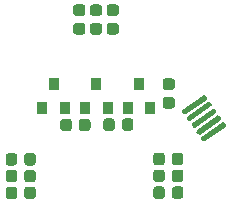
<source format=gbr>
%TF.GenerationSoftware,KiCad,Pcbnew,(5.1.6)-1*%
%TF.CreationDate,2020-12-08T12:03:20+08:00*%
%TF.ProjectId,LED_A1.0,4c45445f-4131-42e3-902e-6b696361645f,rev?*%
%TF.SameCoordinates,Original*%
%TF.FileFunction,Soldermask,Top*%
%TF.FilePolarity,Negative*%
%FSLAX46Y46*%
G04 Gerber Fmt 4.6, Leading zero omitted, Abs format (unit mm)*
G04 Created by KiCad (PCBNEW (5.1.6)-1) date 2020-12-08 12:03:20*
%MOMM*%
%LPD*%
G01*
G04 APERTURE LIST*
%ADD10R,0.900000X1.000000*%
G04 APERTURE END LIST*
%TO.C,R12*%
G36*
G01*
X43397750Y-27906700D02*
X42835250Y-27906700D01*
G75*
G02*
X42591500Y-27662950I0J243750D01*
G01*
X42591500Y-27175450D01*
G75*
G02*
X42835250Y-26931700I243750J0D01*
G01*
X43397750Y-26931700D01*
G75*
G02*
X43641500Y-27175450I0J-243750D01*
G01*
X43641500Y-27662950D01*
G75*
G02*
X43397750Y-27906700I-243750J0D01*
G01*
G37*
G36*
G01*
X43397750Y-29481700D02*
X42835250Y-29481700D01*
G75*
G02*
X42591500Y-29237950I0J243750D01*
G01*
X42591500Y-28750450D01*
G75*
G02*
X42835250Y-28506700I243750J0D01*
G01*
X43397750Y-28506700D01*
G75*
G02*
X43641500Y-28750450I0J-243750D01*
G01*
X43641500Y-29237950D01*
G75*
G02*
X43397750Y-29481700I-243750J0D01*
G01*
G37*
%TD*%
%TO.C,R11*%
G36*
G01*
X35517100Y-31154950D02*
X35517100Y-30592450D01*
G75*
G02*
X35760850Y-30348700I243750J0D01*
G01*
X36248350Y-30348700D01*
G75*
G02*
X36492100Y-30592450I0J-243750D01*
G01*
X36492100Y-31154950D01*
G75*
G02*
X36248350Y-31398700I-243750J0D01*
G01*
X35760850Y-31398700D01*
G75*
G02*
X35517100Y-31154950I0J243750D01*
G01*
G37*
G36*
G01*
X33942100Y-31154950D02*
X33942100Y-30592450D01*
G75*
G02*
X34185850Y-30348700I243750J0D01*
G01*
X34673350Y-30348700D01*
G75*
G02*
X34917100Y-30592450I0J-243750D01*
G01*
X34917100Y-31154950D01*
G75*
G02*
X34673350Y-31398700I-243750J0D01*
G01*
X34185850Y-31398700D01*
G75*
G02*
X33942100Y-31154950I0J243750D01*
G01*
G37*
%TD*%
%TO.C,R10*%
G36*
G01*
X39149300Y-31129550D02*
X39149300Y-30567050D01*
G75*
G02*
X39393050Y-30323300I243750J0D01*
G01*
X39880550Y-30323300D01*
G75*
G02*
X40124300Y-30567050I0J-243750D01*
G01*
X40124300Y-31129550D01*
G75*
G02*
X39880550Y-31373300I-243750J0D01*
G01*
X39393050Y-31373300D01*
G75*
G02*
X39149300Y-31129550I0J243750D01*
G01*
G37*
G36*
G01*
X37574300Y-31129550D02*
X37574300Y-30567050D01*
G75*
G02*
X37818050Y-30323300I243750J0D01*
G01*
X38305550Y-30323300D01*
G75*
G02*
X38549300Y-30567050I0J-243750D01*
G01*
X38549300Y-31129550D01*
G75*
G02*
X38305550Y-31373300I-243750J0D01*
G01*
X37818050Y-31373300D01*
G75*
G02*
X37574300Y-31129550I0J243750D01*
G01*
G37*
%TD*%
%TO.C,R9*%
G36*
G01*
X43378400Y-34037850D02*
X43378400Y-33475350D01*
G75*
G02*
X43622150Y-33231600I243750J0D01*
G01*
X44109650Y-33231600D01*
G75*
G02*
X44353400Y-33475350I0J-243750D01*
G01*
X44353400Y-34037850D01*
G75*
G02*
X44109650Y-34281600I-243750J0D01*
G01*
X43622150Y-34281600D01*
G75*
G02*
X43378400Y-34037850I0J243750D01*
G01*
G37*
G36*
G01*
X41803400Y-34037850D02*
X41803400Y-33475350D01*
G75*
G02*
X42047150Y-33231600I243750J0D01*
G01*
X42534650Y-33231600D01*
G75*
G02*
X42778400Y-33475350I0J-243750D01*
G01*
X42778400Y-34037850D01*
G75*
G02*
X42534650Y-34281600I-243750J0D01*
G01*
X42047150Y-34281600D01*
G75*
G02*
X41803400Y-34037850I0J243750D01*
G01*
G37*
%TD*%
%TO.C,R8*%
G36*
G01*
X43378400Y-36882650D02*
X43378400Y-36320150D01*
G75*
G02*
X43622150Y-36076400I243750J0D01*
G01*
X44109650Y-36076400D01*
G75*
G02*
X44353400Y-36320150I0J-243750D01*
G01*
X44353400Y-36882650D01*
G75*
G02*
X44109650Y-37126400I-243750J0D01*
G01*
X43622150Y-37126400D01*
G75*
G02*
X43378400Y-36882650I0J243750D01*
G01*
G37*
G36*
G01*
X41803400Y-36882650D02*
X41803400Y-36320150D01*
G75*
G02*
X42047150Y-36076400I243750J0D01*
G01*
X42534650Y-36076400D01*
G75*
G02*
X42778400Y-36320150I0J-243750D01*
G01*
X42778400Y-36882650D01*
G75*
G02*
X42534650Y-37126400I-243750J0D01*
G01*
X42047150Y-37126400D01*
G75*
G02*
X41803400Y-36882650I0J243750D01*
G01*
G37*
%TD*%
%TO.C,R7*%
G36*
G01*
X43378400Y-35460250D02*
X43378400Y-34897750D01*
G75*
G02*
X43622150Y-34654000I243750J0D01*
G01*
X44109650Y-34654000D01*
G75*
G02*
X44353400Y-34897750I0J-243750D01*
G01*
X44353400Y-35460250D01*
G75*
G02*
X44109650Y-35704000I-243750J0D01*
G01*
X43622150Y-35704000D01*
G75*
G02*
X43378400Y-35460250I0J243750D01*
G01*
G37*
G36*
G01*
X41803400Y-35460250D02*
X41803400Y-34897750D01*
G75*
G02*
X42047150Y-34654000I243750J0D01*
G01*
X42534650Y-34654000D01*
G75*
G02*
X42778400Y-34897750I0J-243750D01*
G01*
X42778400Y-35460250D01*
G75*
G02*
X42534650Y-35704000I-243750J0D01*
G01*
X42047150Y-35704000D01*
G75*
G02*
X41803400Y-35460250I0J243750D01*
G01*
G37*
%TD*%
%TO.C,R6*%
G36*
G01*
X30281600Y-33500750D02*
X30281600Y-34063250D01*
G75*
G02*
X30037850Y-34307000I-243750J0D01*
G01*
X29550350Y-34307000D01*
G75*
G02*
X29306600Y-34063250I0J243750D01*
G01*
X29306600Y-33500750D01*
G75*
G02*
X29550350Y-33257000I243750J0D01*
G01*
X30037850Y-33257000D01*
G75*
G02*
X30281600Y-33500750I0J-243750D01*
G01*
G37*
G36*
G01*
X31856600Y-33500750D02*
X31856600Y-34063250D01*
G75*
G02*
X31612850Y-34307000I-243750J0D01*
G01*
X31125350Y-34307000D01*
G75*
G02*
X30881600Y-34063250I0J243750D01*
G01*
X30881600Y-33500750D01*
G75*
G02*
X31125350Y-33257000I243750J0D01*
G01*
X31612850Y-33257000D01*
G75*
G02*
X31856600Y-33500750I0J-243750D01*
G01*
G37*
%TD*%
%TO.C,R5*%
G36*
G01*
X30281600Y-36345550D02*
X30281600Y-36908050D01*
G75*
G02*
X30037850Y-37151800I-243750J0D01*
G01*
X29550350Y-37151800D01*
G75*
G02*
X29306600Y-36908050I0J243750D01*
G01*
X29306600Y-36345550D01*
G75*
G02*
X29550350Y-36101800I243750J0D01*
G01*
X30037850Y-36101800D01*
G75*
G02*
X30281600Y-36345550I0J-243750D01*
G01*
G37*
G36*
G01*
X31856600Y-36345550D02*
X31856600Y-36908050D01*
G75*
G02*
X31612850Y-37151800I-243750J0D01*
G01*
X31125350Y-37151800D01*
G75*
G02*
X30881600Y-36908050I0J243750D01*
G01*
X30881600Y-36345550D01*
G75*
G02*
X31125350Y-36101800I243750J0D01*
G01*
X31612850Y-36101800D01*
G75*
G02*
X31856600Y-36345550I0J-243750D01*
G01*
G37*
%TD*%
%TO.C,R4*%
G36*
G01*
X30281600Y-34923150D02*
X30281600Y-35485650D01*
G75*
G02*
X30037850Y-35729400I-243750J0D01*
G01*
X29550350Y-35729400D01*
G75*
G02*
X29306600Y-35485650I0J243750D01*
G01*
X29306600Y-34923150D01*
G75*
G02*
X29550350Y-34679400I243750J0D01*
G01*
X30037850Y-34679400D01*
G75*
G02*
X30281600Y-34923150I0J-243750D01*
G01*
G37*
G36*
G01*
X31856600Y-34923150D02*
X31856600Y-35485650D01*
G75*
G02*
X31612850Y-35729400I-243750J0D01*
G01*
X31125350Y-35729400D01*
G75*
G02*
X30881600Y-35485650I0J243750D01*
G01*
X30881600Y-34923150D01*
G75*
G02*
X31125350Y-34679400I243750J0D01*
G01*
X31612850Y-34679400D01*
G75*
G02*
X31856600Y-34923150I0J-243750D01*
G01*
G37*
%TD*%
%TO.C,R3*%
G36*
G01*
X35815850Y-21645600D02*
X35253350Y-21645600D01*
G75*
G02*
X35009600Y-21401850I0J243750D01*
G01*
X35009600Y-20914350D01*
G75*
G02*
X35253350Y-20670600I243750J0D01*
G01*
X35815850Y-20670600D01*
G75*
G02*
X36059600Y-20914350I0J-243750D01*
G01*
X36059600Y-21401850D01*
G75*
G02*
X35815850Y-21645600I-243750J0D01*
G01*
G37*
G36*
G01*
X35815850Y-23220600D02*
X35253350Y-23220600D01*
G75*
G02*
X35009600Y-22976850I0J243750D01*
G01*
X35009600Y-22489350D01*
G75*
G02*
X35253350Y-22245600I243750J0D01*
G01*
X35815850Y-22245600D01*
G75*
G02*
X36059600Y-22489350I0J-243750D01*
G01*
X36059600Y-22976850D01*
G75*
G02*
X35815850Y-23220600I-243750J0D01*
G01*
G37*
%TD*%
%TO.C,R2*%
G36*
G01*
X37238250Y-21645600D02*
X36675750Y-21645600D01*
G75*
G02*
X36432000Y-21401850I0J243750D01*
G01*
X36432000Y-20914350D01*
G75*
G02*
X36675750Y-20670600I243750J0D01*
G01*
X37238250Y-20670600D01*
G75*
G02*
X37482000Y-20914350I0J-243750D01*
G01*
X37482000Y-21401850D01*
G75*
G02*
X37238250Y-21645600I-243750J0D01*
G01*
G37*
G36*
G01*
X37238250Y-23220600D02*
X36675750Y-23220600D01*
G75*
G02*
X36432000Y-22976850I0J243750D01*
G01*
X36432000Y-22489350D01*
G75*
G02*
X36675750Y-22245600I243750J0D01*
G01*
X37238250Y-22245600D01*
G75*
G02*
X37482000Y-22489350I0J-243750D01*
G01*
X37482000Y-22976850D01*
G75*
G02*
X37238250Y-23220600I-243750J0D01*
G01*
G37*
%TD*%
%TO.C,R1*%
G36*
G01*
X38660650Y-21645600D02*
X38098150Y-21645600D01*
G75*
G02*
X37854400Y-21401850I0J243750D01*
G01*
X37854400Y-20914350D01*
G75*
G02*
X38098150Y-20670600I243750J0D01*
G01*
X38660650Y-20670600D01*
G75*
G02*
X38904400Y-20914350I0J-243750D01*
G01*
X38904400Y-21401850D01*
G75*
G02*
X38660650Y-21645600I-243750J0D01*
G01*
G37*
G36*
G01*
X38660650Y-23220600D02*
X38098150Y-23220600D01*
G75*
G02*
X37854400Y-22976850I0J243750D01*
G01*
X37854400Y-22489350D01*
G75*
G02*
X38098150Y-22245600I243750J0D01*
G01*
X38660650Y-22245600D01*
G75*
G02*
X38904400Y-22489350I0J-243750D01*
G01*
X38904400Y-22976850D01*
G75*
G02*
X38660650Y-23220600I-243750J0D01*
G01*
G37*
%TD*%
D10*
%TO.C,Q3*%
X33362900Y-27397200D03*
X34312900Y-29397200D03*
X32412900Y-29397200D03*
%TD*%
%TO.C,Q2*%
X36995100Y-27397200D03*
X37945100Y-29397200D03*
X36045100Y-29397200D03*
%TD*%
%TO.C,Q1*%
X40601900Y-27397200D03*
X41551900Y-29397200D03*
X39651900Y-29397200D03*
%TD*%
%TO.C,J1*%
G36*
G01*
X46729580Y-29293031D02*
X44947924Y-30540560D01*
G75*
G02*
X44791242Y-30512932I-64527J92155D01*
G01*
X44662187Y-30328623D01*
G75*
G02*
X44689815Y-30171941I92155J64527D01*
G01*
X46471470Y-28924412D01*
G75*
G02*
X46628152Y-28952040I64527J-92155D01*
G01*
X46757207Y-29136349D01*
G75*
G02*
X46729579Y-29293031I-92155J-64527D01*
G01*
G37*
G36*
G01*
X47131083Y-29866437D02*
X45349427Y-31113966D01*
G75*
G02*
X45192745Y-31086338I-64527J92155D01*
G01*
X45063690Y-30902029D01*
G75*
G02*
X45091318Y-30745347I92155J64527D01*
G01*
X46872973Y-29497818D01*
G75*
G02*
X47029655Y-29525446I64527J-92155D01*
G01*
X47158710Y-29709755D01*
G75*
G02*
X47131082Y-29866437I-92155J-64527D01*
G01*
G37*
G36*
G01*
X47532587Y-30439844D02*
X45750931Y-31687373D01*
G75*
G02*
X45594249Y-31659745I-64527J92155D01*
G01*
X45465194Y-31475436D01*
G75*
G02*
X45492822Y-31318754I92155J64527D01*
G01*
X47274477Y-30071225D01*
G75*
G02*
X47431159Y-30098853I64527J-92155D01*
G01*
X47560214Y-30283162D01*
G75*
G02*
X47532586Y-30439844I-92155J-64527D01*
G01*
G37*
G36*
G01*
X46328076Y-28719625D02*
X44546420Y-29967154D01*
G75*
G02*
X44389738Y-29939526I-64527J92155D01*
G01*
X44260683Y-29755217D01*
G75*
G02*
X44288311Y-29598535I92155J64527D01*
G01*
X46069966Y-28351006D01*
G75*
G02*
X46226648Y-28378634I64527J-92155D01*
G01*
X46355703Y-28562943D01*
G75*
G02*
X46328075Y-28719625I-92155J-64527D01*
G01*
G37*
G36*
G01*
X47934090Y-31013250D02*
X46152434Y-32260779D01*
G75*
G02*
X45995752Y-32233151I-64527J92155D01*
G01*
X45866697Y-32048842D01*
G75*
G02*
X45894325Y-31892160I92155J64527D01*
G01*
X47675980Y-30644631D01*
G75*
G02*
X47832662Y-30672259I64527J-92155D01*
G01*
X47961717Y-30856568D01*
G75*
G02*
X47934089Y-31013250I-92155J-64527D01*
G01*
G37*
%TD*%
M02*

</source>
